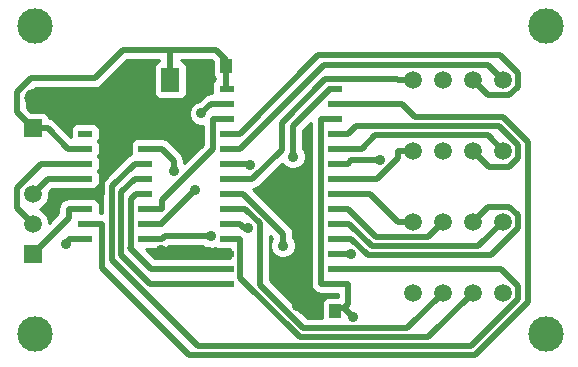
<source format=gtl>
%FSLAX46Y46*%
G04 Gerber Fmt 4.6, Leading zero omitted, Abs format (unit mm)*
G04 Created by KiCad (PCBNEW (2014-09-22 BZR 5144)-product) date 10/3/2014 22:36:59*
%MOMM*%
G01*
G04 APERTURE LIST*
%ADD10C,0.100000*%
%ADD11R,1.520000X1.520000*%
%ADD12O,1.520000X1.520000*%
%ADD13R,1.143000X0.508000*%
%ADD14R,1.000000X1.250000*%
%ADD15R,1.524000X2.032000*%
%ADD16C,1.520000*%
%ADD17C,3.000000*%
%ADD18R,1.270000X0.508000*%
%ADD19C,0.889000*%
%ADD20C,0.508000*%
%ADD21C,0.254000*%
G04 APERTURE END LIST*
D10*
D11*
X162000000Y-100070000D03*
D12*
X162000000Y-97530000D03*
D13*
X171540000Y-109445000D03*
X171540000Y-108175000D03*
X171540000Y-106905000D03*
X171540000Y-105635000D03*
X171540000Y-104365000D03*
X171540000Y-103095000D03*
X171540000Y-101825000D03*
X171540000Y-100555000D03*
X166460000Y-100555000D03*
X166460000Y-101825000D03*
X166460000Y-103095000D03*
X166460000Y-104365000D03*
X166460000Y-105635000D03*
X166460000Y-106905000D03*
X166460000Y-108175000D03*
X166460000Y-109445000D03*
D14*
X178400000Y-94800000D03*
X176400000Y-94800000D03*
X185600000Y-115600000D03*
X187600000Y-115600000D03*
D15*
X173651000Y-96000000D03*
X170349000Y-96000000D03*
D11*
X162000000Y-110740000D03*
D16*
X162000000Y-108200000D03*
X162000000Y-105660000D03*
X194190000Y-96000000D03*
X196730000Y-96000000D03*
X199270000Y-96000000D03*
X201810000Y-96000000D03*
X194190000Y-102000000D03*
X196730000Y-102000000D03*
X199270000Y-102000000D03*
X201810000Y-102000000D03*
X194190000Y-108000000D03*
X196730000Y-108000000D03*
X199270000Y-108000000D03*
X201810000Y-108000000D03*
X194190000Y-114000000D03*
X196730000Y-114000000D03*
X199270000Y-114000000D03*
X201810000Y-114000000D03*
D17*
X205486000Y-91440000D03*
X162179000Y-91440000D03*
X162179000Y-117475000D03*
X205486000Y-117475000D03*
D18*
X178428000Y-96745000D03*
X178428000Y-98015000D03*
X178428000Y-99285000D03*
X178428000Y-100555000D03*
X178428000Y-101825000D03*
X178428000Y-103095000D03*
X178428000Y-104365000D03*
X178428000Y-105635000D03*
X178428000Y-106905000D03*
X178428000Y-108175000D03*
X178428000Y-109445000D03*
X178428000Y-110715000D03*
X178428000Y-111985000D03*
X178428000Y-113255000D03*
X187572000Y-113255000D03*
X187572000Y-111985000D03*
X187572000Y-110715000D03*
X187572000Y-109445000D03*
X187572000Y-108175000D03*
X187572000Y-106905000D03*
X187572000Y-105635000D03*
X187572000Y-104365000D03*
X187572000Y-103095000D03*
X187572000Y-101825000D03*
X187572000Y-100555000D03*
X187572000Y-99285000D03*
X187572000Y-98015000D03*
X187572000Y-96745000D03*
D19*
X184382700Y-115147300D03*
X172871300Y-110406600D03*
X164831800Y-109867900D03*
X189148500Y-116071200D03*
X177065400Y-109206200D03*
X184027100Y-102491200D03*
X175725600Y-105345900D03*
X176284400Y-98831700D03*
X173948900Y-103739000D03*
X188927400Y-110727400D03*
X180408700Y-103169700D03*
X191370400Y-102815700D03*
X183192000Y-110034000D03*
X180259700Y-108523600D03*
D20*
X163295000Y-104365000D02*
X166206000Y-104365000D01*
X162000000Y-105660000D02*
X163295000Y-104365000D01*
X185647500Y-115600000D02*
X184694700Y-115600000D01*
X184382700Y-115147300D02*
X184694700Y-115459300D01*
X184694700Y-115459300D02*
X184694700Y-115600000D01*
X178428000Y-110715000D02*
X177284700Y-110715000D01*
X172871300Y-110406600D02*
X176976300Y-110406600D01*
X176976300Y-110406600D02*
X177284700Y-110715000D01*
X166206000Y-105635000D02*
X167857300Y-105635000D01*
X167857300Y-105635000D02*
X167857300Y-103348400D01*
X167857300Y-103348400D02*
X170650700Y-100555000D01*
X171794000Y-100555000D02*
X170650700Y-100555000D01*
X167625700Y-97530000D02*
X170650700Y-100555000D01*
X167625700Y-97530000D02*
X167625700Y-97453000D01*
X167625700Y-97453000D02*
X169078700Y-96000000D01*
X170349000Y-96000000D02*
X169078700Y-96000000D01*
X162000000Y-97530000D02*
X167625700Y-97530000D01*
X173609000Y-93465400D02*
X173609000Y-95958000D01*
X173609000Y-95958000D02*
X173651000Y-96000000D01*
X160658300Y-98728300D02*
X162000000Y-100070000D01*
X162000000Y-100070000D02*
X163270300Y-100070000D01*
X163270300Y-100070000D02*
X165025300Y-101825000D01*
X160658300Y-97059500D02*
X160658300Y-98728300D01*
X161889700Y-95828100D02*
X160658300Y-97059500D01*
X164831800Y-109867900D02*
X165062700Y-109637000D01*
X165062700Y-109637000D02*
X165062700Y-109445000D01*
X188375600Y-115298300D02*
X189148500Y-116071200D01*
X188375600Y-115298300D02*
X188715300Y-114958600D01*
X188715300Y-114958600D02*
X188715300Y-113255000D01*
X167258900Y-95828100D02*
X161889700Y-95828100D01*
X169621600Y-93465400D02*
X167258900Y-95828100D01*
X177525900Y-93465400D02*
X173609000Y-93465400D01*
X173609000Y-93465400D02*
X169621600Y-93465400D01*
X187552500Y-115298300D02*
X188375600Y-115298300D01*
X187572000Y-113255000D02*
X188715300Y-113255000D01*
X178352500Y-94292000D02*
X177525900Y-93465400D01*
X178352500Y-95180700D02*
X178352500Y-94292000D01*
X165025300Y-101825000D02*
X166206000Y-101825000D01*
X187552500Y-115600000D02*
X187552500Y-115298300D01*
X187572000Y-99285000D02*
X186428700Y-99285000D01*
X166206000Y-109445000D02*
X165062700Y-109445000D01*
X187572000Y-113255000D02*
X186428700Y-113255000D01*
X186428700Y-113255000D02*
X186428700Y-99285000D01*
X178352500Y-95180700D02*
X178352500Y-96006800D01*
X178352500Y-96006800D02*
X178352500Y-96669500D01*
X178352500Y-96669500D02*
X178428000Y-96745000D01*
X171794000Y-109445000D02*
X172937300Y-109445000D01*
X177065400Y-109206200D02*
X173176100Y-109206200D01*
X173176100Y-109206200D02*
X172937300Y-109445000D01*
X187572000Y-96745000D02*
X187169400Y-96745000D01*
X187169400Y-96745000D02*
X184027100Y-99887300D01*
X184027100Y-99887300D02*
X184027100Y-102491200D01*
X171794000Y-108175000D02*
X172937300Y-108175000D01*
X175725600Y-105345900D02*
X172937300Y-108134200D01*
X172937300Y-108134200D02*
X172937300Y-108175000D01*
X178428000Y-98015000D02*
X177101100Y-98015000D01*
X177101100Y-98015000D02*
X176284400Y-98831700D01*
X171794000Y-106905000D02*
X172937300Y-106905000D01*
X178428000Y-99285000D02*
X177284700Y-99285000D01*
X177284700Y-99285000D02*
X177284700Y-101856800D01*
X177284700Y-101856800D02*
X172937300Y-106204200D01*
X172937300Y-106204200D02*
X172937300Y-106905000D01*
X170307000Y-110274900D02*
X170307000Y-106045000D01*
X170717000Y-105635000D02*
X171540000Y-105635000D01*
X170307000Y-106045000D02*
X170717000Y-105635000D01*
X178428000Y-111985000D02*
X172017100Y-111985000D01*
X172017100Y-111985000D02*
X170307000Y-110274900D01*
X170307000Y-110274900D02*
X170269700Y-110237600D01*
X171794000Y-104365000D02*
X170650700Y-104365000D01*
X178428000Y-113255000D02*
X171944600Y-113255000D01*
X171944600Y-113255000D02*
X169504700Y-110815100D01*
X169504700Y-110815100D02*
X169504700Y-105511000D01*
X169504700Y-105511000D02*
X170650700Y-104365000D01*
X170650700Y-103095000D02*
X168732600Y-105013100D01*
X168732600Y-105013100D02*
X168732600Y-111254700D01*
X168732600Y-111254700D02*
X176026500Y-118548600D01*
X176026500Y-118548600D02*
X199099900Y-118548600D01*
X201631900Y-111985000D02*
X187572000Y-111985000D01*
X171794000Y-103095000D02*
X170650700Y-103095000D01*
X203133600Y-113486700D02*
X201631900Y-111985000D01*
X199099900Y-118548600D02*
X203133600Y-114514900D01*
X203133600Y-114514900D02*
X203133600Y-113486700D01*
X187572000Y-110715000D02*
X188715300Y-110715000D01*
X171794000Y-101825000D02*
X172937300Y-101825000D01*
X173948900Y-103739000D02*
X173948900Y-102836600D01*
X173948900Y-102836600D02*
X172937300Y-101825000D01*
X188715300Y-110715000D02*
X188727700Y-110727400D01*
X188727700Y-110727400D02*
X188927400Y-110727400D01*
X166206000Y-103095000D02*
X162720100Y-103095000D01*
X162720100Y-103095000D02*
X160653800Y-105161300D01*
X160653800Y-105161300D02*
X160653800Y-106853800D01*
X160653800Y-106853800D02*
X162000000Y-108200000D01*
X165062700Y-107677300D02*
X162000000Y-110740000D01*
X165062700Y-106905000D02*
X165062700Y-107677300D01*
X166206000Y-106905000D02*
X165062700Y-106905000D01*
X167857300Y-108175000D02*
X167857300Y-111893900D01*
X167857300Y-111893900D02*
X175274300Y-119310900D01*
X175274300Y-119310900D02*
X199415800Y-119310900D01*
X193262100Y-98015000D02*
X187572000Y-98015000D01*
X166206000Y-108175000D02*
X167857300Y-108175000D01*
X194350900Y-99103800D02*
X193262100Y-98015000D01*
X199415800Y-119310900D02*
X203928200Y-114798500D01*
X203928200Y-114798500D02*
X203928200Y-101231000D01*
X203928200Y-101231000D02*
X201801000Y-99103800D01*
X201801000Y-99103800D02*
X194350900Y-99103800D01*
X179571300Y-104365000D02*
X180604800Y-104365000D01*
X180604800Y-104365000D02*
X183074300Y-101895500D01*
X183074300Y-101895500D02*
X183074300Y-99627700D01*
X183074300Y-99627700D02*
X186759500Y-95942500D01*
X186759500Y-95942500D02*
X192862200Y-95942500D01*
X192862200Y-95942500D02*
X192919700Y-96000000D01*
X178428000Y-104365000D02*
X179571300Y-104365000D01*
X194190000Y-96000000D02*
X192919700Y-96000000D01*
X178428000Y-103095000D02*
X180334000Y-103095000D01*
X180334000Y-103095000D02*
X180408700Y-103169700D01*
X200584600Y-97314600D02*
X199270000Y-96000000D01*
X202340800Y-97314600D02*
X200584600Y-97314600D01*
X203081000Y-96574400D02*
X202340800Y-97314600D01*
X203081000Y-95428100D02*
X203081000Y-96574400D01*
X201582000Y-93929100D02*
X203081000Y-95428100D01*
X186197200Y-93929100D02*
X201582000Y-93929100D01*
X179571300Y-100555000D02*
X186197200Y-93929100D01*
X178428000Y-100555000D02*
X179571300Y-100555000D01*
X200532500Y-94722500D02*
X201810000Y-96000000D01*
X186673800Y-94722500D02*
X200532500Y-94722500D01*
X179571300Y-101825000D02*
X186673800Y-94722500D01*
X178428000Y-101825000D02*
X179571300Y-101825000D01*
X187572000Y-104365000D02*
X191168600Y-104365000D01*
X191168600Y-104365000D02*
X192919700Y-102613900D01*
X192919700Y-102613900D02*
X192919700Y-102000000D01*
X194190000Y-102000000D02*
X192919700Y-102000000D01*
X187572000Y-103095000D02*
X188715300Y-103095000D01*
X188715300Y-103095000D02*
X188994600Y-102815700D01*
X188994600Y-102815700D02*
X191370400Y-102815700D01*
X200614800Y-103344800D02*
X199270000Y-102000000D01*
X202307300Y-103344800D02*
X200614800Y-103344800D01*
X203080400Y-102571700D02*
X202307300Y-103344800D01*
X203080400Y-101473800D02*
X203080400Y-102571700D01*
X201472800Y-99866200D02*
X203080400Y-101473800D01*
X189404100Y-99866200D02*
X201472800Y-99866200D01*
X188715300Y-100555000D02*
X189404100Y-99866200D01*
X187572000Y-100555000D02*
X188715300Y-100555000D01*
X200513400Y-100703400D02*
X201810000Y-102000000D01*
X191025800Y-100703400D02*
X200513400Y-100703400D01*
X189904200Y-101825000D02*
X191025800Y-100703400D01*
X187572000Y-101825000D02*
X189904200Y-101825000D01*
X187572000Y-105635000D02*
X190554700Y-105635000D01*
X190554700Y-105635000D02*
X192919700Y-108000000D01*
X194190000Y-108000000D02*
X192919700Y-108000000D01*
X187572000Y-106905000D02*
X188715300Y-106905000D01*
X191080700Y-109270400D02*
X188715300Y-106905000D01*
X195459600Y-109270400D02*
X191080700Y-109270400D01*
X196730000Y-108000000D02*
X195459600Y-109270400D01*
X199270000Y-108000000D02*
X200540600Y-106729400D01*
X200540600Y-106729400D02*
X202360800Y-106729400D01*
X202360800Y-106729400D02*
X203097100Y-107465700D01*
X203097100Y-107465700D02*
X203097100Y-108526900D01*
X203097100Y-108526900D02*
X200793300Y-110830700D01*
X200793300Y-110830700D02*
X190378200Y-110830700D01*
X190378200Y-110830700D02*
X188992500Y-109445000D01*
X188992500Y-109445000D02*
X188715300Y-109445000D01*
X187572000Y-109445000D02*
X188715300Y-109445000D01*
X201810000Y-108000000D02*
X199741700Y-110068300D01*
X199741700Y-110068300D02*
X190693800Y-110068300D01*
X190693800Y-110068300D02*
X188800500Y-108175000D01*
X188800500Y-108175000D02*
X188715300Y-108175000D01*
X187572000Y-108175000D02*
X188715300Y-108175000D01*
X183192000Y-110034000D02*
X183192000Y-109030400D01*
X183192000Y-109030400D02*
X179796600Y-105635000D01*
X179796600Y-105635000D02*
X179571300Y-105635000D01*
X178428000Y-105635000D02*
X179571300Y-105635000D01*
X193706000Y-117024000D02*
X196730000Y-114000000D01*
X184912000Y-117024000D02*
X193706000Y-117024000D01*
X181212500Y-113324500D02*
X184912000Y-117024000D01*
X181212500Y-108128900D02*
X181212500Y-113324500D01*
X179988600Y-106905000D02*
X181212500Y-108128900D01*
X179571300Y-106905000D02*
X179988600Y-106905000D01*
X178428000Y-106905000D02*
X179571300Y-106905000D01*
X179571300Y-109445000D02*
X179571300Y-112761300D01*
X179571300Y-112761300D02*
X184596300Y-117786300D01*
X184596300Y-117786300D02*
X195483700Y-117786300D01*
X178428000Y-109445000D02*
X179571300Y-109445000D01*
X195483700Y-117786300D02*
X199270000Y-114000000D01*
X178428000Y-108175000D02*
X179571300Y-108175000D01*
X179571300Y-108175000D02*
X179919900Y-108523600D01*
X179919900Y-108523600D02*
X180259700Y-108523600D01*
D21*
G36*
X177463500Y-95940164D02*
X177433302Y-95952673D01*
X177254673Y-96131301D01*
X177158000Y-96364690D01*
X177158000Y-96617309D01*
X177158000Y-97125309D01*
X177158286Y-97126000D01*
X177101100Y-97126000D01*
X176760894Y-97193671D01*
X176472482Y-97386382D01*
X176106819Y-97752044D01*
X176070616Y-97752013D01*
X175673711Y-97916011D01*
X175369778Y-98219414D01*
X175205087Y-98616032D01*
X175204713Y-99045484D01*
X175368711Y-99442389D01*
X175672114Y-99746322D01*
X176068732Y-99911013D01*
X176395700Y-99911297D01*
X176395700Y-101488564D01*
X174837900Y-103046364D01*
X174837900Y-102836600D01*
X174770229Y-102496394D01*
X174577518Y-102207982D01*
X173565918Y-101196382D01*
X173277506Y-101003671D01*
X172937300Y-100936000D01*
X172237810Y-100936000D01*
X171985191Y-100936000D01*
X171794000Y-100936000D01*
X170842191Y-100936000D01*
X170608802Y-101032673D01*
X170430173Y-101211301D01*
X170333500Y-101444690D01*
X170333500Y-101697309D01*
X170333500Y-102205309D01*
X170357909Y-102264239D01*
X170310494Y-102273671D01*
X170022082Y-102466382D01*
X168103982Y-104384482D01*
X167911271Y-104672894D01*
X167843600Y-105013100D01*
X167843600Y-107286000D01*
X167666214Y-107286000D01*
X167666500Y-107285310D01*
X167666500Y-107032691D01*
X167666500Y-106524691D01*
X167569827Y-106291302D01*
X167391199Y-106112673D01*
X167157810Y-106016000D01*
X166905191Y-106016000D01*
X166206000Y-106016000D01*
X165762191Y-106016000D01*
X165062700Y-106016000D01*
X164722494Y-106083671D01*
X164434082Y-106276382D01*
X164241371Y-106564794D01*
X164173700Y-106905000D01*
X164173700Y-107309064D01*
X163395099Y-108087664D01*
X163395242Y-107923735D01*
X163183313Y-107410828D01*
X162791236Y-107018066D01*
X162579261Y-106930046D01*
X162789172Y-106843313D01*
X163181934Y-106451236D01*
X163394758Y-105938700D01*
X163395121Y-105522114D01*
X163663236Y-105254000D01*
X165762190Y-105254000D01*
X166014809Y-105254000D01*
X166206000Y-105254000D01*
X167157809Y-105254000D01*
X167391198Y-105157327D01*
X167569827Y-104978699D01*
X167666500Y-104745310D01*
X167666500Y-104492691D01*
X167666500Y-103984691D01*
X167569827Y-103751302D01*
X167548525Y-103730000D01*
X167569827Y-103708699D01*
X167666500Y-103475310D01*
X167666500Y-103222691D01*
X167666500Y-102714691D01*
X167569827Y-102481302D01*
X167548525Y-102460000D01*
X167569827Y-102438699D01*
X167666500Y-102205310D01*
X167666500Y-101952691D01*
X167666500Y-101444691D01*
X167569827Y-101211302D01*
X167548525Y-101190000D01*
X167569827Y-101168699D01*
X167666500Y-100935310D01*
X167666500Y-100682691D01*
X167666500Y-100174691D01*
X167569827Y-99941302D01*
X167391199Y-99762673D01*
X167157810Y-99666000D01*
X166905191Y-99666000D01*
X165762191Y-99666000D01*
X165528802Y-99762673D01*
X165350173Y-99941301D01*
X165253500Y-100174690D01*
X165253500Y-100427309D01*
X165253500Y-100795964D01*
X163898918Y-99441382D01*
X163610506Y-99248671D01*
X163395000Y-99205804D01*
X163395000Y-99183691D01*
X163298327Y-98950302D01*
X163119699Y-98771673D01*
X162886310Y-98675000D01*
X162633691Y-98675000D01*
X161862236Y-98675000D01*
X161547300Y-98360064D01*
X161547300Y-97427736D01*
X162257936Y-96717100D01*
X167258900Y-96717100D01*
X167599105Y-96649429D01*
X167599106Y-96649429D01*
X167887518Y-96456718D01*
X169989835Y-94354400D01*
X172720000Y-94354400D01*
X172720000Y-94366683D01*
X172529302Y-94445673D01*
X172350673Y-94624301D01*
X172254000Y-94857690D01*
X172254000Y-95110309D01*
X172254000Y-97142309D01*
X172350673Y-97375698D01*
X172529301Y-97554327D01*
X172762690Y-97651000D01*
X173015309Y-97651000D01*
X174539309Y-97651000D01*
X174772698Y-97554327D01*
X174951327Y-97375699D01*
X175048000Y-97142310D01*
X175048000Y-96889691D01*
X175048000Y-94857691D01*
X174951327Y-94624302D01*
X174772699Y-94445673D01*
X174552346Y-94354400D01*
X177157664Y-94354400D01*
X177265000Y-94461736D01*
X177265000Y-95551309D01*
X177361673Y-95784698D01*
X177463500Y-95886525D01*
X177463500Y-95940164D01*
X177463500Y-95940164D01*
G37*
X177463500Y-95940164D02*
X177433302Y-95952673D01*
X177254673Y-96131301D01*
X177158000Y-96364690D01*
X177158000Y-96617309D01*
X177158000Y-97125309D01*
X177158286Y-97126000D01*
X177101100Y-97126000D01*
X176760894Y-97193671D01*
X176472482Y-97386382D01*
X176106819Y-97752044D01*
X176070616Y-97752013D01*
X175673711Y-97916011D01*
X175369778Y-98219414D01*
X175205087Y-98616032D01*
X175204713Y-99045484D01*
X175368711Y-99442389D01*
X175672114Y-99746322D01*
X176068732Y-99911013D01*
X176395700Y-99911297D01*
X176395700Y-101488564D01*
X174837900Y-103046364D01*
X174837900Y-102836600D01*
X174770229Y-102496394D01*
X174577518Y-102207982D01*
X173565918Y-101196382D01*
X173277506Y-101003671D01*
X172937300Y-100936000D01*
X172237810Y-100936000D01*
X171985191Y-100936000D01*
X171794000Y-100936000D01*
X170842191Y-100936000D01*
X170608802Y-101032673D01*
X170430173Y-101211301D01*
X170333500Y-101444690D01*
X170333500Y-101697309D01*
X170333500Y-102205309D01*
X170357909Y-102264239D01*
X170310494Y-102273671D01*
X170022082Y-102466382D01*
X168103982Y-104384482D01*
X167911271Y-104672894D01*
X167843600Y-105013100D01*
X167843600Y-107286000D01*
X167666214Y-107286000D01*
X167666500Y-107285310D01*
X167666500Y-107032691D01*
X167666500Y-106524691D01*
X167569827Y-106291302D01*
X167391199Y-106112673D01*
X167157810Y-106016000D01*
X166905191Y-106016000D01*
X166206000Y-106016000D01*
X165762191Y-106016000D01*
X165062700Y-106016000D01*
X164722494Y-106083671D01*
X164434082Y-106276382D01*
X164241371Y-106564794D01*
X164173700Y-106905000D01*
X164173700Y-107309064D01*
X163395099Y-108087664D01*
X163395242Y-107923735D01*
X163183313Y-107410828D01*
X162791236Y-107018066D01*
X162579261Y-106930046D01*
X162789172Y-106843313D01*
X163181934Y-106451236D01*
X163394758Y-105938700D01*
X163395121Y-105522114D01*
X163663236Y-105254000D01*
X165762190Y-105254000D01*
X166014809Y-105254000D01*
X166206000Y-105254000D01*
X167157809Y-105254000D01*
X167391198Y-105157327D01*
X167569827Y-104978699D01*
X167666500Y-104745310D01*
X167666500Y-104492691D01*
X167666500Y-103984691D01*
X167569827Y-103751302D01*
X167548525Y-103730000D01*
X167569827Y-103708699D01*
X167666500Y-103475310D01*
X167666500Y-103222691D01*
X167666500Y-102714691D01*
X167569827Y-102481302D01*
X167548525Y-102460000D01*
X167569827Y-102438699D01*
X167666500Y-102205310D01*
X167666500Y-101952691D01*
X167666500Y-101444691D01*
X167569827Y-101211302D01*
X167548525Y-101190000D01*
X167569827Y-101168699D01*
X167666500Y-100935310D01*
X167666500Y-100682691D01*
X167666500Y-100174691D01*
X167569827Y-99941302D01*
X167391199Y-99762673D01*
X167157810Y-99666000D01*
X166905191Y-99666000D01*
X165762191Y-99666000D01*
X165528802Y-99762673D01*
X165350173Y-99941301D01*
X165253500Y-100174690D01*
X165253500Y-100427309D01*
X165253500Y-100795964D01*
X163898918Y-99441382D01*
X163610506Y-99248671D01*
X163395000Y-99205804D01*
X163395000Y-99183691D01*
X163298327Y-98950302D01*
X163119699Y-98771673D01*
X162886310Y-98675000D01*
X162633691Y-98675000D01*
X161862236Y-98675000D01*
X161547300Y-98360064D01*
X161547300Y-97427736D01*
X162257936Y-96717100D01*
X167258900Y-96717100D01*
X167599105Y-96649429D01*
X167599106Y-96649429D01*
X167887518Y-96456718D01*
X169989835Y-94354400D01*
X172720000Y-94354400D01*
X172720000Y-94366683D01*
X172529302Y-94445673D01*
X172350673Y-94624301D01*
X172254000Y-94857690D01*
X172254000Y-95110309D01*
X172254000Y-97142309D01*
X172350673Y-97375698D01*
X172529301Y-97554327D01*
X172762690Y-97651000D01*
X173015309Y-97651000D01*
X174539309Y-97651000D01*
X174772698Y-97554327D01*
X174951327Y-97375699D01*
X175048000Y-97142310D01*
X175048000Y-96889691D01*
X175048000Y-94857691D01*
X174951327Y-94624302D01*
X174772699Y-94445673D01*
X174552346Y-94354400D01*
X177157664Y-94354400D01*
X177265000Y-94461736D01*
X177265000Y-95551309D01*
X177361673Y-95784698D01*
X177463500Y-95886525D01*
X177463500Y-95940164D01*
G36*
X178682300Y-111096000D02*
X178428000Y-111096000D01*
X177666691Y-111096000D01*
X172385336Y-111096000D01*
X171623336Y-110334000D01*
X171794000Y-110334000D01*
X172237809Y-110334000D01*
X172937300Y-110334000D01*
X173277505Y-110266329D01*
X173277506Y-110266329D01*
X173533618Y-110095200D01*
X176427536Y-110095200D01*
X176453114Y-110120822D01*
X176849732Y-110285513D01*
X177279184Y-110285887D01*
X177422601Y-110226627D01*
X177433301Y-110237327D01*
X177666690Y-110334000D01*
X177919309Y-110334000D01*
X178428000Y-110334000D01*
X178682300Y-110334000D01*
X178682300Y-111096000D01*
X178682300Y-111096000D01*
G37*
X178682300Y-111096000D02*
X178428000Y-111096000D01*
X177666691Y-111096000D01*
X172385336Y-111096000D01*
X171623336Y-110334000D01*
X171794000Y-110334000D01*
X172237809Y-110334000D01*
X172937300Y-110334000D01*
X173277505Y-110266329D01*
X173277506Y-110266329D01*
X173533618Y-110095200D01*
X176427536Y-110095200D01*
X176453114Y-110120822D01*
X176849732Y-110285513D01*
X177279184Y-110285887D01*
X177422601Y-110226627D01*
X177433301Y-110237327D01*
X177666690Y-110334000D01*
X177919309Y-110334000D01*
X178428000Y-110334000D01*
X178682300Y-110334000D01*
X178682300Y-111096000D01*
G36*
X187826300Y-114340000D02*
X186973691Y-114340000D01*
X186740302Y-114436673D01*
X186561673Y-114615301D01*
X186465000Y-114848690D01*
X186465000Y-115101309D01*
X186465000Y-116135000D01*
X185280235Y-116135000D01*
X182101500Y-112956264D01*
X182101500Y-109197136D01*
X182301749Y-109397385D01*
X182277378Y-109421714D01*
X182112687Y-109818332D01*
X182112313Y-110247784D01*
X182276311Y-110644689D01*
X182579714Y-110948622D01*
X182976332Y-111113313D01*
X183405784Y-111113687D01*
X183802689Y-110949689D01*
X184106622Y-110646286D01*
X184271313Y-110249668D01*
X184271687Y-109820216D01*
X184107689Y-109423311D01*
X184081000Y-109396575D01*
X184081000Y-109030400D01*
X184013329Y-108690195D01*
X184013329Y-108690194D01*
X183820618Y-108401782D01*
X180661548Y-105242712D01*
X180945005Y-105186329D01*
X180945006Y-105186329D01*
X181233418Y-104993618D01*
X183118273Y-103108762D01*
X183414814Y-103405822D01*
X183811432Y-103570513D01*
X184240884Y-103570887D01*
X184637789Y-103406889D01*
X184941722Y-103103486D01*
X185106413Y-102706868D01*
X185106787Y-102277416D01*
X184942789Y-101880511D01*
X184916100Y-101853775D01*
X184916100Y-100255536D01*
X185539700Y-99631936D01*
X185539700Y-113255000D01*
X185607371Y-113595206D01*
X185800082Y-113883618D01*
X186088494Y-114076329D01*
X186428700Y-114144000D01*
X186810690Y-114144000D01*
X187063309Y-114144000D01*
X187572000Y-114144000D01*
X187826300Y-114144000D01*
X187826300Y-114340000D01*
X187826300Y-114340000D01*
G37*
X187826300Y-114340000D02*
X186973691Y-114340000D01*
X186740302Y-114436673D01*
X186561673Y-114615301D01*
X186465000Y-114848690D01*
X186465000Y-115101309D01*
X186465000Y-116135000D01*
X185280235Y-116135000D01*
X182101500Y-112956264D01*
X182101500Y-109197136D01*
X182301749Y-109397385D01*
X182277378Y-109421714D01*
X182112687Y-109818332D01*
X182112313Y-110247784D01*
X182276311Y-110644689D01*
X182579714Y-110948622D01*
X182976332Y-111113313D01*
X183405784Y-111113687D01*
X183802689Y-110949689D01*
X184106622Y-110646286D01*
X184271313Y-110249668D01*
X184271687Y-109820216D01*
X184107689Y-109423311D01*
X184081000Y-109396575D01*
X184081000Y-109030400D01*
X184013329Y-108690195D01*
X184013329Y-108690194D01*
X183820618Y-108401782D01*
X180661548Y-105242712D01*
X180945005Y-105186329D01*
X180945006Y-105186329D01*
X181233418Y-104993618D01*
X183118273Y-103108762D01*
X183414814Y-103405822D01*
X183811432Y-103570513D01*
X184240884Y-103570887D01*
X184637789Y-103406889D01*
X184941722Y-103103486D01*
X185106413Y-102706868D01*
X185106787Y-102277416D01*
X184942789Y-101880511D01*
X184916100Y-101853775D01*
X184916100Y-100255536D01*
X185539700Y-99631936D01*
X185539700Y-113255000D01*
X185607371Y-113595206D01*
X185800082Y-113883618D01*
X186088494Y-114076329D01*
X186428700Y-114144000D01*
X186810690Y-114144000D01*
X187063309Y-114144000D01*
X187572000Y-114144000D01*
X187826300Y-114144000D01*
X187826300Y-114340000D01*
M02*

</source>
